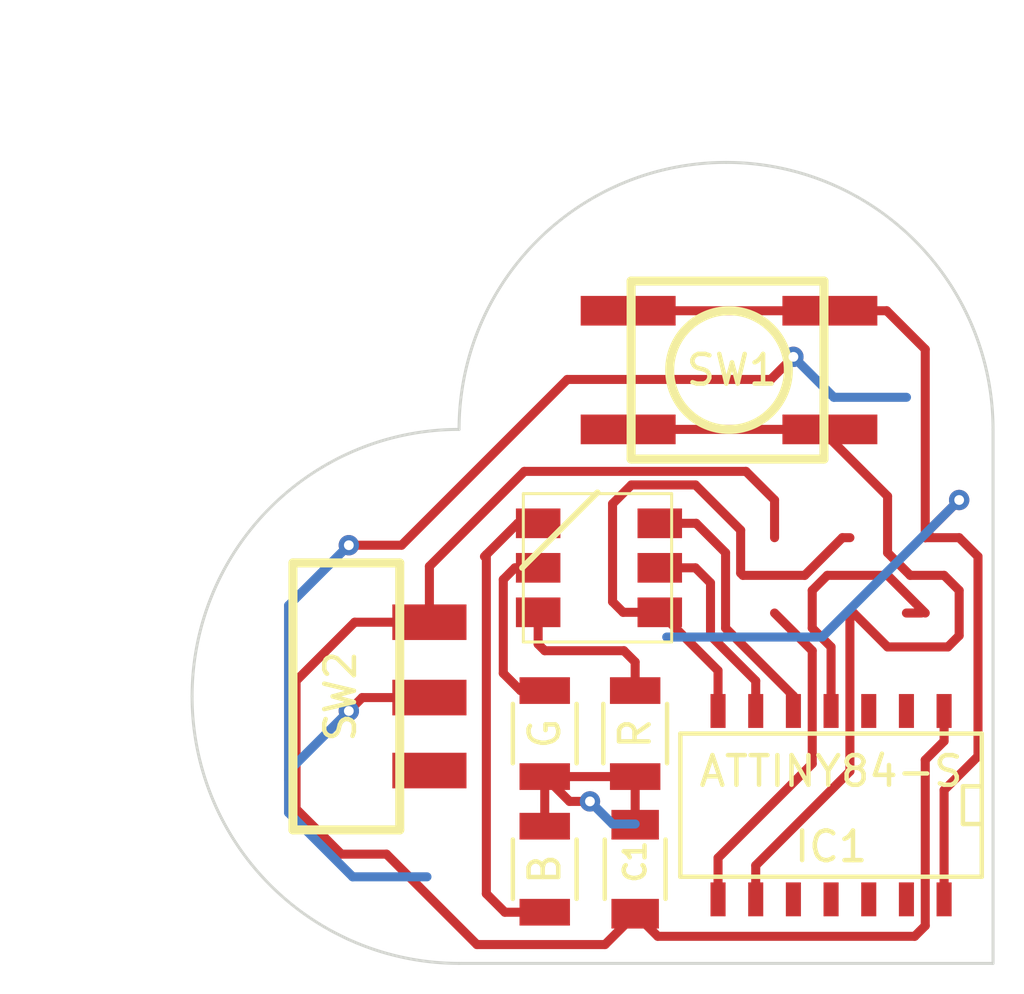
<source format=kicad_pcb>
(kicad_pcb (version 4) (host pcbnew 4.0.4-stable)

  (general
    (links 16)
    (no_connects 1)
    (area 185.192599 70.622599 219.870001 104.9134)
    (thickness 1.6)
    (drawings 16)
    (tracks 129)
    (zones 0)
    (modules 8)
    (nets 13)
  )

  (page USLetter)
  (layers
    (0 F.Cu signal)
    (31 B.Cu signal hide)
    (34 B.Paste user)
    (35 F.Paste user)
    (36 B.SilkS user)
    (37 F.SilkS user)
    (38 B.Mask user)
    (39 F.Mask user)
    (40 Dwgs.User user)
    (44 Edge.Cuts user)
  )

  (setup
    (last_trace_width 0.1524)
    (user_trace_width 0.254)
    (user_trace_width 0.3048)
    (user_trace_width 0.4064)
    (user_trace_width 0.6096)
    (user_trace_width 2.032)
    (trace_clearance 0.1524)
    (zone_clearance 0.508)
    (zone_45_only no)
    (trace_min 0.1524)
    (segment_width 0.254)
    (edge_width 0.1)
    (via_size 0.6858)
    (via_drill 0.3302)
    (via_min_size 0.6858)
    (via_min_drill 0.3302)
    (user_via 1 0.5)
    (uvia_size 0.762)
    (uvia_drill 0.508)
    (uvias_allowed no)
    (uvia_min_size 0.508)
    (uvia_min_drill 0.127)
    (pcb_text_width 0.3)
    (pcb_text_size 1.5 1.5)
    (mod_edge_width 0.15)
    (mod_text_size 1 1)
    (mod_text_width 0.15)
    (pad_size 2 2)
    (pad_drill 2)
    (pad_to_mask_clearance 0)
    (aux_axis_origin 0 0)
    (grid_origin 210.82 95.25)
    (visible_elements 7FFFFFFF)
    (pcbplotparams
      (layerselection 0x01088_00000000)
      (usegerberextensions true)
      (excludeedgelayer true)
      (linewidth 0.100000)
      (plotframeref false)
      (viasonmask false)
      (mode 1)
      (useauxorigin false)
      (hpglpennumber 1)
      (hpglpenspeed 20)
      (hpglpendiameter 15)
      (hpglpenoverlay 2)
      (psnegative false)
      (psa4output false)
      (plotreference true)
      (plotvalue true)
      (plotinvisibletext false)
      (padsonsilk false)
      (subtractmaskfromsilk false)
      (outputformat 1)
      (mirror false)
      (drillshape 0)
      (scaleselection 1)
      (outputdirectory gerbers/))
  )

  (net 0 "")
  (net 1 GND)
  (net 2 +BATT)
  (net 3 "Net-(D1-Pad5)")
  (net 4 "Net-(D1-Pad6)")
  (net 5 "Net-(D1-Pad3)")
  (net 6 "Net-(BT1-Pad1)")
  (net 7 "Net-(CON1-Pad1)")
  (net 8 "Net-(CON1-Pad3)")
  (net 9 "Net-(CON1-Pad4)")
  (net 10 "Net-(CON1-Pad5)")
  (net 11 "Net-(D1-Pad1)")
  (net 12 "Net-(D1-Pad2)")

  (net_class Default "This is the default net class."
    (clearance 0.1524)
    (trace_width 0.1524)
    (via_dia 0.6858)
    (via_drill 0.3302)
    (uvia_dia 0.762)
    (uvia_drill 0.508)
    (add_net +BATT)
    (add_net GND)
    (add_net "Net-(BT1-Pad1)")
    (add_net "Net-(CON1-Pad1)")
    (add_net "Net-(CON1-Pad3)")
    (add_net "Net-(CON1-Pad4)")
    (add_net "Net-(CON1-Pad5)")
    (add_net "Net-(D1-Pad1)")
    (add_net "Net-(D1-Pad2)")
    (add_net "Net-(D1-Pad3)")
    (add_net "Net-(D1-Pad5)")
    (add_net "Net-(D1-Pad6)")
  )

  (module LED_RGB_QBLP679E (layer F.Cu) (tedit 588D4580) (tstamp 56ECCC30)
    (at 205.486 89.916 180)
    (descr "RGB LED PLLC-6")
    (tags "RGB LED PLLC-6")
    (path /56ECDC4D)
    (attr smd)
    (fp_text reference D1 (at 0 -1.4 180) (layer F.SilkS) hide
      (effects (font (size 1 1) (thickness 0.15)))
    )
    (fp_text value LED_RGB (at 0 2 180) (layer F.Fab) hide
      (effects (font (size 0.5 0.5) (thickness 0.125)))
    )
    (fp_line (start 2.54 0) (end 0 2.54) (layer F.SilkS) (width 0.2032))
    (fp_text user QBLP679E (at 0 2.7 180) (layer F.Fab) hide
      (effects (font (size 0.2 0.2) (thickness 0.05)))
    )
    (fp_line (start -2.5 -2.5) (end 2.5 -2.5) (layer F.SilkS) (width 0.1))
    (fp_line (start 2.5 -2.5) (end 2.5 2.5) (layer F.SilkS) (width 0.1))
    (fp_line (start 2.5 2.5) (end -2.5 2.5) (layer F.SilkS) (width 0.1))
    (fp_line (start -2.5 2.5) (end -2.5 -2.5) (layer F.SilkS) (width 0.1))
    (pad 4 smd rect (at -2.1 -1.5 270) (size 1 1.5) (layers F.Cu F.Paste F.Mask)
      (net 9 "Net-(CON1-Pad4)"))
    (pad 5 smd rect (at -2.1 0 270) (size 1 1.5) (layers F.Cu F.Paste F.Mask)
      (net 3 "Net-(D1-Pad5)"))
    (pad 6 smd rect (at -2.1 1.5 270) (size 1 1.5) (layers F.Cu F.Paste F.Mask)
      (net 4 "Net-(D1-Pad6)"))
    (pad 1 smd rect (at 2 1.5 270) (size 1 1.5) (layers F.Cu F.Paste F.Mask)
      (net 11 "Net-(D1-Pad1)"))
    (pad 2 smd rect (at 2 0 270) (size 1 1.5) (layers F.Cu F.Paste F.Mask)
      (net 12 "Net-(D1-Pad2)"))
    (pad 3 smd rect (at 2 -1.5 270) (size 1 1.5) (layers F.Cu F.Paste F.Mask)
      (net 5 "Net-(D1-Pad3)"))
  )

  (module SW_SMD_PUSH (layer F.Cu) (tedit 586155F4) (tstamp 586092D3)
    (at 213.32 85.25 180)
    (descr "Through hole pin header")
    (tags "pin header")
    (path /58609F3B)
    (fp_text reference SW1 (at 3.3 2 180) (layer F.SilkS)
      (effects (font (size 1 1) (thickness 0.15)))
    )
    (fp_text value SW_PUSH (at 3 2 180) (layer F.Fab)
      (effects (font (size 1 1) (thickness 0.15)))
    )
    (fp_circle (center 3.4 2) (end 3.4 0) (layer F.SilkS) (width 0.3048))
    (fp_line (start 6.7 5) (end 6.7 -1) (layer F.SilkS) (width 0.3048))
    (fp_line (start 0.2 -1) (end 0.2 5) (layer F.SilkS) (width 0.3048))
    (fp_line (start 0.2 5) (end 6.7 5) (layer F.SilkS) (width 0.3048))
    (fp_line (start 0.2 -1) (end 6.7 -1) (layer F.SilkS) (width 0.3048))
    (fp_line (start -1.75 -1.75) (end -1.75 14.45) (layer F.CrtYd) (width 0.05))
    (fp_line (start 4.3 -1.75) (end 4.3 14.45) (layer F.CrtYd) (width 0.05))
    (fp_line (start -1.75 -1.75) (end 4.3 -1.75) (layer F.CrtYd) (width 0.05))
    (fp_line (start -1.75 14.45) (end 4.3 14.45) (layer F.CrtYd) (width 0.05))
    (pad 2 smd rect (at 6.8 4 180) (size 3.2 1) (layers F.Cu F.Paste F.Mask)
      (net 1 GND))
    (pad 1 smd rect (at 6.8 0 180) (size 3.2 1) (layers F.Cu F.Paste F.Mask)
      (net 8 "Net-(CON1-Pad3)"))
    (pad 1 smd rect (at 0 0 180) (size 3.2 1) (layers F.Cu F.Paste F.Mask)
      (net 8 "Net-(CON1-Pad3)"))
    (pad 2 smd rect (at 0 4 180) (size 3.2 1) (layers F.Cu F.Paste F.Mask)
      (net 1 GND))
  )

  (module SPST_SMD (layer F.Cu) (tedit 5860A656) (tstamp 586092E3)
    (at 199.82 94.25 270)
    (descr "Through hole pin header")
    (tags "pin header")
    (path /5860A0CD)
    (fp_text reference SW2 (at 0 3 270) (layer F.SilkS)
      (effects (font (size 1 1) (thickness 0.15)))
    )
    (fp_text value SPST (at 0.1 0 270) (layer F.Fab)
      (effects (font (size 1 1) (thickness 0.15)))
    )
    (fp_line (start -4.5 4.6) (end 4.5 4.6) (layer F.SilkS) (width 0.3048))
    (fp_line (start 4.5 1) (end 4.5 4.6) (layer F.SilkS) (width 0.3048))
    (fp_line (start -4.5 1) (end -4.5 4.6) (layer F.SilkS) (width 0.3048))
    (fp_line (start -4.5 1) (end 4.5 1) (layer F.SilkS) (width 0.3048))
    (fp_text user JS102011SAQN (at 0 1.7 270) (layer F.Fab)
      (effects (font (size 0.8 0.8) (thickness 0.1)))
    )
    (fp_line (start -1.75 14.45) (end 4.3 14.45) (layer F.CrtYd) (width 0.05))
    (pad "" np_thru_hole circle (at 3.4 2.75 270) (size 0.9 0.9) (drill 0.9) (layers *.Cu *.Mask))
    (pad 1 smd rect (at -2.5 0 270) (size 1.2 2.5) (layers F.Cu F.Paste F.Mask)
      (net 2 +BATT))
    (pad 2 smd rect (at 0.04 0 270) (size 1.2 2.5) (layers F.Cu F.Paste F.Mask)
      (net 6 "Net-(BT1-Pad1)"))
    (pad 3 smd rect (at 2.5 0 270) (size 1.2 2.5) (layers F.Cu F.Paste F.Mask))
    (pad "" np_thru_hole circle (at -3.4 2.75 270) (size 0.9 0.9) (drill 0.9) (layers *.Cu *.Mask))
  )

  (module Capacitors_SMD:C_1206 (layer F.Cu) (tedit 588D4534) (tstamp 588D42D0)
    (at 206.756 100.076 90)
    (descr "Capacitor SMD 1206, reflow soldering, AVX (see smccp.pdf)")
    (tags "capacitor 1206")
    (path /553FDF53)
    (attr smd)
    (fp_text reference C1 (at 0.254 0 90) (layer F.SilkS)
      (effects (font (size 0.7 0.7) (thickness 0.15)))
    )
    (fp_text value "0.1 uF" (at -3.81 0.762 180) (layer F.Fab)
      (effects (font (size 1 1) (thickness 0.15)))
    )
    (fp_line (start -2.3 -1.15) (end 2.3 -1.15) (layer F.CrtYd) (width 0.05))
    (fp_line (start -2.3 1.15) (end 2.3 1.15) (layer F.CrtYd) (width 0.05))
    (fp_line (start -2.3 -1.15) (end -2.3 1.15) (layer F.CrtYd) (width 0.05))
    (fp_line (start 2.3 -1.15) (end 2.3 1.15) (layer F.CrtYd) (width 0.05))
    (fp_line (start 1 -1.025) (end -1 -1.025) (layer F.SilkS) (width 0.15))
    (fp_line (start -1 1.025) (end 1 1.025) (layer F.SilkS) (width 0.15))
    (pad 1 smd rect (at -1.5 0 90) (size 1 1.6) (layers F.Cu F.Paste F.Mask)
      (net 2 +BATT))
    (pad 2 smd rect (at 1.5 0 90) (size 1 1.6) (layers F.Cu F.Paste F.Mask)
      (net 1 GND))
    (model Capacitors_SMD.3dshapes/C_1206.wrl
      (at (xyz 0 0 0))
      (scale (xyz 1 1 1))
      (rotate (xyz 0 0 0))
    )
  )

  (module SMD_Packages:SOIC-14_N (layer F.Cu) (tedit 588D43D8) (tstamp 588D42E2)
    (at 213.36 98.044 180)
    (descr "Module CMS SOJ 14 pins Large")
    (tags "CMS SOJ")
    (path /588D45C8)
    (attr smd)
    (fp_text reference IC1 (at 0 -1.27 180) (layer F.SilkS)
      (effects (font (size 1 1) (thickness 0.15)))
    )
    (fp_text value ATTINY84-S (at 0 1.27 180) (layer F.SilkS)
      (effects (font (size 1 1) (thickness 0.15)))
    )
    (fp_line (start 5.08 -2.286) (end 5.08 2.54) (layer F.SilkS) (width 0.15))
    (fp_line (start 5.08 2.54) (end -5.08 2.54) (layer F.SilkS) (width 0.15))
    (fp_line (start -5.08 2.54) (end -5.08 -2.286) (layer F.SilkS) (width 0.15))
    (fp_line (start -5.08 -2.286) (end 5.08 -2.286) (layer F.SilkS) (width 0.15))
    (fp_line (start -5.08 -0.508) (end -4.445 -0.508) (layer F.SilkS) (width 0.15))
    (fp_line (start -4.445 -0.508) (end -4.445 0.762) (layer F.SilkS) (width 0.15))
    (fp_line (start -4.445 0.762) (end -5.08 0.762) (layer F.SilkS) (width 0.15))
    (pad 1 smd rect (at -3.81 3.302 180) (size 0.508 1.143) (layers F.Cu F.Paste F.Mask)
      (net 2 +BATT))
    (pad 2 smd rect (at -2.54 3.302 180) (size 0.508 1.143) (layers F.Cu F.Paste F.Mask))
    (pad 3 smd rect (at -1.27 3.302 180) (size 0.508 1.143) (layers F.Cu F.Paste F.Mask))
    (pad 4 smd rect (at 0 3.302 180) (size 0.508 1.143) (layers F.Cu F.Paste F.Mask)
      (net 10 "Net-(CON1-Pad5)"))
    (pad 5 smd rect (at 1.27 3.302 180) (size 0.508 1.143) (layers F.Cu F.Paste F.Mask)
      (net 4 "Net-(D1-Pad6)"))
    (pad 6 smd rect (at 2.54 3.302 180) (size 0.508 1.143) (layers F.Cu F.Paste F.Mask)
      (net 3 "Net-(D1-Pad5)"))
    (pad 7 smd rect (at 3.81 3.302 180) (size 0.508 1.143) (layers F.Cu F.Paste F.Mask)
      (net 9 "Net-(CON1-Pad4)"))
    (pad 8 smd rect (at 3.81 -3.048 180) (size 0.508 1.143) (layers F.Cu F.Paste F.Mask)
      (net 7 "Net-(CON1-Pad1)"))
    (pad 9 smd rect (at 2.54 -3.048 180) (size 0.508 1.143) (layers F.Cu F.Paste F.Mask)
      (net 8 "Net-(CON1-Pad3)"))
    (pad 11 smd rect (at 0 -3.048 180) (size 0.508 1.143) (layers F.Cu F.Paste F.Mask))
    (pad 12 smd rect (at -1.27 -3.048 180) (size 0.508 1.143) (layers F.Cu F.Paste F.Mask))
    (pad 13 smd rect (at -2.54 -3.048 180) (size 0.508 1.143) (layers F.Cu F.Paste F.Mask))
    (pad 14 smd rect (at -3.81 -3.048 180) (size 0.508 1.143) (layers F.Cu F.Paste F.Mask)
      (net 1 GND))
    (pad 10 smd rect (at 1.27 -3.048 180) (size 0.508 1.143) (layers F.Cu F.Paste F.Mask))
    (model SMD_Packages.3dshapes/SOIC-14_N.wrl
      (at (xyz 0 0 0))
      (scale (xyz 0.5 0.4 0.5))
      (rotate (xyz 0 0 0))
    )
  )

  (module Resistors_SMD:R_1206 (layer F.Cu) (tedit 588D4530) (tstamp 588D42E8)
    (at 206.756 95.504 270)
    (descr "Resistor SMD 1206, reflow soldering, Vishay (see dcrcw.pdf)")
    (tags "resistor 1206")
    (path /56CEB2B5)
    (attr smd)
    (fp_text reference R1 (at 1.27 0 360) (layer Dwgs.User)
      (effects (font (size 1 1) (thickness 0.15)))
    )
    (fp_text value R (at 0 0 270) (layer F.SilkS)
      (effects (font (size 1 1) (thickness 0.15)))
    )
    (fp_line (start -2.2 -1.2) (end 2.2 -1.2) (layer F.CrtYd) (width 0.05))
    (fp_line (start -2.2 1.2) (end 2.2 1.2) (layer F.CrtYd) (width 0.05))
    (fp_line (start -2.2 -1.2) (end -2.2 1.2) (layer F.CrtYd) (width 0.05))
    (fp_line (start 2.2 -1.2) (end 2.2 1.2) (layer F.CrtYd) (width 0.05))
    (fp_line (start 1 1.075) (end -1 1.075) (layer F.SilkS) (width 0.15))
    (fp_line (start -1 -1.075) (end 1 -1.075) (layer F.SilkS) (width 0.15))
    (pad 1 smd rect (at -1.45 0 270) (size 0.9 1.7) (layers F.Cu F.Paste F.Mask)
      (net 5 "Net-(D1-Pad3)"))
    (pad 2 smd rect (at 1.45 0 270) (size 0.9 1.7) (layers F.Cu F.Paste F.Mask)
      (net 1 GND))
    (model Resistors_SMD.3dshapes/R_1206.wrl
      (at (xyz 0 0 0))
      (scale (xyz 1 1 1))
      (rotate (xyz 0 0 0))
    )
  )

  (module Resistors_SMD:R_1206 (layer F.Cu) (tedit 588D4527) (tstamp 588D42EE)
    (at 203.708 95.504 270)
    (descr "Resistor SMD 1206, reflow soldering, Vishay (see dcrcw.pdf)")
    (tags "resistor 1206")
    (path /56DBEF6A)
    (attr smd)
    (fp_text reference R2 (at 1.27 0 360) (layer Dwgs.User)
      (effects (font (size 1 1) (thickness 0.15)))
    )
    (fp_text value G (at 0 0 270) (layer F.SilkS)
      (effects (font (size 1 1) (thickness 0.15)))
    )
    (fp_line (start -2.2 -1.2) (end 2.2 -1.2) (layer F.CrtYd) (width 0.05))
    (fp_line (start -2.2 1.2) (end 2.2 1.2) (layer F.CrtYd) (width 0.05))
    (fp_line (start -2.2 -1.2) (end -2.2 1.2) (layer F.CrtYd) (width 0.05))
    (fp_line (start 2.2 -1.2) (end 2.2 1.2) (layer F.CrtYd) (width 0.05))
    (fp_line (start 1 1.075) (end -1 1.075) (layer F.SilkS) (width 0.15))
    (fp_line (start -1 -1.075) (end 1 -1.075) (layer F.SilkS) (width 0.15))
    (pad 1 smd rect (at -1.45 0 270) (size 0.9 1.7) (layers F.Cu F.Paste F.Mask)
      (net 12 "Net-(D1-Pad2)"))
    (pad 2 smd rect (at 1.45 0 270) (size 0.9 1.7) (layers F.Cu F.Paste F.Mask)
      (net 1 GND))
    (model Resistors_SMD.3dshapes/R_1206.wrl
      (at (xyz 0 0 0))
      (scale (xyz 1 1 1))
      (rotate (xyz 0 0 0))
    )
  )

  (module Resistors_SMD:R_1206 (layer F.Cu) (tedit 588D451E) (tstamp 588D42F4)
    (at 203.708 100.076 90)
    (descr "Resistor SMD 1206, reflow soldering, Vishay (see dcrcw.pdf)")
    (tags "resistor 1206")
    (path /56DBEFE7)
    (attr smd)
    (fp_text reference R3 (at -1.524 0 180) (layer Dwgs.User)
      (effects (font (size 1 1) (thickness 0.15)))
    )
    (fp_text value B (at 0 0 90) (layer F.SilkS)
      (effects (font (size 1 1) (thickness 0.15)))
    )
    (fp_line (start -2.2 -1.2) (end 2.2 -1.2) (layer F.CrtYd) (width 0.05))
    (fp_line (start -2.2 1.2) (end 2.2 1.2) (layer F.CrtYd) (width 0.05))
    (fp_line (start -2.2 -1.2) (end -2.2 1.2) (layer F.CrtYd) (width 0.05))
    (fp_line (start 2.2 -1.2) (end 2.2 1.2) (layer F.CrtYd) (width 0.05))
    (fp_line (start 1 1.075) (end -1 1.075) (layer F.SilkS) (width 0.15))
    (fp_line (start -1 -1.075) (end 1 -1.075) (layer F.SilkS) (width 0.15))
    (pad 1 smd rect (at -1.45 0 90) (size 0.9 1.7) (layers F.Cu F.Paste F.Mask)
      (net 11 "Net-(D1-Pad1)"))
    (pad 2 smd rect (at 1.45 0 90) (size 0.9 1.7) (layers F.Cu F.Paste F.Mask)
      (net 1 GND))
    (model Resistors_SMD.3dshapes/R_1206.wrl
      (at (xyz 0 0 0))
      (scale (xyz 1 1 1))
      (rotate (xyz 0 0 0))
    )
  )

  (gr_line (start 200.82 103.25) (end 196.82 99.25) (angle 90) (layer Dwgs.User) (width 0.254))
  (gr_line (start 202.82 101.25) (end 200.82 103.25) (angle 90) (layer Dwgs.User) (width 0.254))
  (gr_line (start 198.82 97.25) (end 202.82 101.25) (angle 90) (layer Dwgs.User) (width 0.254))
  (gr_line (start 196.82 99.25) (end 198.82 97.25) (angle 90) (layer Dwgs.User) (width 0.254))
  (gr_line (start 216.82 87.25) (end 218.82 85.25) (angle 90) (layer Dwgs.User) (width 0.254))
  (gr_line (start 216.82 87.25) (end 212.82 83.25) (angle 90) (layer Dwgs.User) (width 0.254))
  (gr_line (start 214.82 81.25) (end 218.82 85.25) (angle 90) (layer Dwgs.User) (width 0.254))
  (gr_line (start 212.82 83.25) (end 214.82 81.25) (angle 90) (layer Dwgs.User) (width 0.254))
  (gr_circle (center 207.82 92.25) (end 197.82 90.25) (layer Dwgs.User) (width 0.254))
  (gr_line (start 200.82 103.25) (end 218.82 103.25) (angle 90) (layer Edge.Cuts) (width 0.1))
  (gr_arc (start 200.82 94.25) (end 200.82 103.25) (angle 90) (layer Edge.Cuts) (width 0.1))
  (gr_arc (start 200.82 94.25) (end 191.82 94.25) (angle 90) (layer Edge.Cuts) (width 0.1))
  (gr_arc (start 209.82 85.25) (end 200.82 85.25) (angle 90) (layer Edge.Cuts) (width 0.1))
  (gr_arc (start 209.82 85.25) (end 209.82 76.25) (angle 90) (layer Edge.Cuts) (width 0.1))
  (gr_line (start 218.82 103.25) (end 218.82 85.25) (angle 90) (layer Edge.Cuts) (width 0.1))
  (gr_line (start 202.32 86.75) (end 219.82 104.25) (angle 90) (layer Dwgs.User) (width 0.1))

  (segment (start 216.535 88.9) (end 216.535 88.773) (width 0.3048) (layer F.Cu) (net 1))
  (segment (start 216.535 88.773) (end 217.678 87.63) (width 0.3048) (layer F.Cu) (net 1) (tstamp 588D70B6))
  (segment (start 217.678 87.63) (end 213.058 92.25) (width 0.3048) (layer B.Cu) (net 1) (tstamp 588D70BF))
  (via (at 217.678 87.63) (size 0.6858) (drill 0.3302) (layers F.Cu B.Cu) (net 1))
  (segment (start 213.058 92.25) (end 207.82 92.25) (width 0.3048) (layer B.Cu) (net 1) (tstamp 588D70C0))
  (segment (start 216.535 88.9) (end 216.535 82.55) (width 0.3048) (layer F.Cu) (net 1))
  (segment (start 215.235 81.25) (end 213.32 81.25) (width 0.3048) (layer F.Cu) (net 1) (tstamp 588D7077))
  (segment (start 216.535 82.55) (end 215.235 81.25) (width 0.3048) (layer F.Cu) (net 1) (tstamp 588D7076))
  (segment (start 218.313 96.266) (end 218.313 89.535) (width 0.3048) (layer F.Cu) (net 1))
  (segment (start 218.313 96.266) (end 217.17 97.409) (width 0.3048) (layer F.Cu) (net 1) (tstamp 588D6704))
  (segment (start 217.17 101.092) (end 217.17 97.409) (width 0.3048) (layer F.Cu) (net 1) (tstamp 588D6707))
  (segment (start 217.678 88.9) (end 216.535 88.9) (width 0.3048) (layer F.Cu) (net 1) (tstamp 588D7073))
  (segment (start 218.313 89.535) (end 217.678 88.9) (width 0.3048) (layer F.Cu) (net 1) (tstamp 588D7070))
  (segment (start 216.662 88.773) (end 216.535 88.9) (width 0.3048) (layer F.Cu) (net 1) (tstamp 588D6F89))
  (segment (start 205.232 97.79) (end 204.544 97.79) (width 0.3048) (layer F.Cu) (net 1))
  (segment (start 205.994 98.552) (end 205.232 97.79) (width 0.3048) (layer B.Cu) (net 1) (tstamp 588D6A33))
  (via (at 205.232 97.79) (size 0.6858) (drill 0.3302) (layers F.Cu B.Cu) (net 1))
  (segment (start 204.544 97.79) (end 203.708 96.954) (width 0.3048) (layer F.Cu) (net 1) (tstamp 588D6DB7))
  (segment (start 206.756 98.552) (end 205.994 98.552) (width 0.3048) (layer B.Cu) (net 1))
  (segment (start 203.708 98.626) (end 203.708 96.954) (width 0.3048) (layer F.Cu) (net 1))
  (segment (start 203.708 96.954) (end 206.756 96.954) (width 0.3048) (layer F.Cu) (net 1) (tstamp 588D6A19))
  (segment (start 206.756 96.954) (end 206.756 98.576) (width 0.3048) (layer F.Cu) (net 1) (tstamp 588D6A1A))
  (segment (start 213.32 81.25) (end 213.32 81.567) (width 0.3048) (layer F.Cu) (net 1) (status 30))
  (segment (start 206.52 81.25) (end 213.32 81.25) (width 0.3048) (layer F.Cu) (net 1) (status 30))
  (segment (start 198.374 99.568) (end 196.85 99.568) (width 0.3048) (layer F.Cu) (net 2))
  (segment (start 205.74 102.616) (end 201.422 102.616) (width 0.3048) (layer F.Cu) (net 2) (tstamp 588D67D3))
  (segment (start 201.422 102.616) (end 198.374 99.568) (width 0.3048) (layer F.Cu) (net 2) (tstamp 588D67D4))
  (segment (start 206.756 101.6) (end 205.74 102.616) (width 0.3048) (layer F.Cu) (net 2) (tstamp 588D67D1))
  (segment (start 197.302 91.75) (end 199.82 91.75) (width 0.3048) (layer F.Cu) (net 2) (tstamp 588D6ED3))
  (segment (start 195.326 93.726) (end 197.302 91.75) (width 0.3048) (layer F.Cu) (net 2) (tstamp 588D6ED1))
  (segment (start 195.326 98.044) (end 195.326 93.726) (width 0.3048) (layer F.Cu) (net 2) (tstamp 588D6ECF))
  (segment (start 196.85 99.568) (end 195.326 98.044) (width 0.3048) (layer F.Cu) (net 2) (tstamp 588D6EC1))
  (segment (start 199.82 91.75) (end 199.82 89.867) (width 0.3048) (layer F.Cu) (net 2))
  (segment (start 199.82 89.867) (end 203.022202 86.664798) (width 0.3048) (layer F.Cu) (net 2) (tstamp 588D694E))
  (segment (start 203.022202 86.664798) (end 210.489798 86.664798) (width 0.3048) (layer F.Cu) (net 2) (tstamp 588D6952))
  (segment (start 210.489798 86.664798) (end 211.455 87.63) (width 0.3048) (layer F.Cu) (net 2) (tstamp 588D6954))
  (segment (start 211.455 87.63) (end 211.455 88.9) (width 0.3048) (layer F.Cu) (net 2) (tstamp 588D6956))
  (segment (start 206.756 101.576) (end 206.756 101.6) (width 0.3048) (layer F.Cu) (net 2))
  (segment (start 216.178 102.338) (end 207.518 102.338) (width 0.3048) (layer F.Cu) (net 2))
  (segment (start 217.17 95.758) (end 216.535 96.393) (width 0.3048) (layer F.Cu) (net 2) (tstamp 588D6718))
  (segment (start 216.535 96.393) (end 216.535 101.981) (width 0.3048) (layer F.Cu) (net 2) (tstamp 588D671A))
  (segment (start 216.535 101.981) (end 216.178 102.338) (width 0.3048) (layer F.Cu) (net 2) (tstamp 588D671E))
  (segment (start 217.17 94.742) (end 217.17 95.758) (width 0.3048) (layer F.Cu) (net 2))
  (segment (start 207.518 102.338) (end 206.756 101.576) (width 0.3048) (layer F.Cu) (net 2) (tstamp 588D67AC))
  (segment (start 210.82 94.742) (end 210.82 93.726) (width 0.3048) (layer F.Cu) (net 3))
  (segment (start 208.788 89.916) (end 207.586 89.916) (width 0.3048) (layer F.Cu) (net 3) (tstamp 588D6539))
  (segment (start 209.296 90.424) (end 208.788 89.916) (width 0.3048) (layer F.Cu) (net 3) (tstamp 588D6537))
  (segment (start 209.296 92.202) (end 209.296 90.424) (width 0.3048) (layer F.Cu) (net 3) (tstamp 588D6535))
  (segment (start 210.82 93.726) (end 209.296 92.202) (width 0.3048) (layer F.Cu) (net 3) (tstamp 588D652F))
  (segment (start 212.09 94.742) (end 212.09 94.234) (width 0.3048) (layer F.Cu) (net 4))
  (segment (start 212.09 94.234) (end 209.804 91.948) (width 0.3048) (layer F.Cu) (net 4) (tstamp 588D6561))
  (segment (start 209.804 91.948) (end 209.804 89.408) (width 0.3048) (layer F.Cu) (net 4) (tstamp 588D6565))
  (segment (start 209.804 89.408) (end 208.812 88.416) (width 0.3048) (layer F.Cu) (net 4) (tstamp 588D6568))
  (segment (start 208.812 88.416) (end 207.586 88.416) (width 0.3048) (layer F.Cu) (net 4) (tstamp 588D656A))
  (segment (start 203.486 91.416) (end 203.486 92.488) (width 0.3048) (layer F.Cu) (net 5))
  (segment (start 206.756 93.091) (end 206.756 94.054) (width 0.3048) (layer F.Cu) (net 5) (tstamp 588D680B))
  (segment (start 206.375 92.71) (end 206.756 93.091) (width 0.3048) (layer F.Cu) (net 5) (tstamp 588D6809))
  (segment (start 203.708 92.71) (end 206.375 92.71) (width 0.3048) (layer F.Cu) (net 5) (tstamp 588D6808))
  (segment (start 203.486 92.488) (end 203.708 92.71) (width 0.3048) (layer F.Cu) (net 5) (tstamp 588D6804))
  (segment (start 215.902231 84.167769) (end 213.453769 84.167769) (width 0.3048) (layer B.Cu) (net 6))
  (segment (start 195.072 91.186) (end 195.072 97.028) (width 0.3048) (layer B.Cu) (net 6) (tstamp 588D70F8))
  (segment (start 197.104 89.154) (end 195.072 91.186) (width 0.3048) (layer B.Cu) (net 6) (tstamp 588D70F7))
  (via (at 197.104 89.154) (size 0.6858) (drill 0.3302) (layers F.Cu B.Cu) (net 6))
  (segment (start 198.882 89.154) (end 197.104 89.154) (width 0.3048) (layer F.Cu) (net 6) (tstamp 588D70E8))
  (segment (start 204.47 83.566) (end 198.882 89.154) (width 0.3048) (layer F.Cu) (net 6) (tstamp 588D70E2))
  (segment (start 211.328 83.566) (end 204.47 83.566) (width 0.3048) (layer F.Cu) (net 6) (tstamp 588D70E0))
  (segment (start 212.09 82.804) (end 211.328 83.566) (width 0.3048) (layer F.Cu) (net 6) (tstamp 588D70DF))
  (via (at 212.09 82.804) (size 0.6858) (drill 0.3302) (layers F.Cu B.Cu) (net 6))
  (segment (start 213.453769 84.167769) (end 212.09 82.804) (width 0.3048) (layer B.Cu) (net 6) (tstamp 588D70D1))
  (segment (start 199.737769 100.332231) (end 197.233231 100.332231) (width 0.3048) (layer B.Cu) (net 6))
  (segment (start 197.556 94.29) (end 199.82 94.29) (width 0.3048) (layer F.Cu) (net 6) (tstamp 588D6E67))
  (segment (start 197.104 94.742) (end 197.556 94.29) (width 0.3048) (layer F.Cu) (net 6) (tstamp 588D6E66))
  (via (at 197.104 94.742) (size 0.6858) (drill 0.3302) (layers F.Cu B.Cu) (net 6))
  (segment (start 195.072 96.774) (end 195.199 96.647) (width 0.3048) (layer B.Cu) (net 6) (tstamp 588D6E61))
  (segment (start 195.199 96.647) (end 197.104 94.742) (width 0.3048) (layer B.Cu) (net 6) (tstamp 588D6F22))
  (segment (start 195.072 98.171) (end 195.072 97.028) (width 0.3048) (layer B.Cu) (net 6) (tstamp 588D6E5F))
  (segment (start 195.072 97.028) (end 195.072 96.774) (width 0.3048) (layer B.Cu) (net 6) (tstamp 588D70FD))
  (segment (start 197.233231 100.332231) (end 195.072 98.171) (width 0.3048) (layer B.Cu) (net 6) (tstamp 588D6E4E))
  (segment (start 209.55 101.092) (end 209.55 99.695) (width 0.3048) (layer F.Cu) (net 7))
  (segment (start 212.725 92.71) (end 211.455 91.44) (width 0.3048) (layer F.Cu) (net 7) (tstamp 588D6631))
  (segment (start 212.725 96.52) (end 212.725 92.71) (width 0.3048) (layer F.Cu) (net 7) (tstamp 588D662D))
  (segment (start 209.55 99.695) (end 212.725 96.52) (width 0.3048) (layer F.Cu) (net 7) (tstamp 588D6628))
  (segment (start 217.678 92.202) (end 217.678 90.678) (width 0.3048) (layer F.Cu) (net 8))
  (segment (start 215.265 92.583) (end 217.297 92.583) (width 0.3048) (layer F.Cu) (net 8) (tstamp 588D66CA))
  (segment (start 217.297 92.583) (end 217.678 92.202) (width 0.3048) (layer F.Cu) (net 8) (tstamp 588D66CD))
  (segment (start 214.122 91.44) (end 215.265 92.583) (width 0.3048) (layer F.Cu) (net 8) (tstamp 588D66C8))
  (segment (start 215.265 87.503) (end 213.32 85.558) (width 0.3048) (layer F.Cu) (net 8) (tstamp 588D7061))
  (segment (start 215.265 89.408) (end 215.265 87.503) (width 0.3048) (layer F.Cu) (net 8) (tstamp 588D7060))
  (segment (start 216.027 90.17) (end 215.265 89.408) (width 0.3048) (layer F.Cu) (net 8) (tstamp 588D705E))
  (segment (start 217.17 90.17) (end 216.027 90.17) (width 0.3048) (layer F.Cu) (net 8) (tstamp 588D705C))
  (segment (start 217.678 90.678) (end 217.17 90.17) (width 0.3048) (layer F.Cu) (net 8) (tstamp 588D705A))
  (segment (start 213.32 85.558) (end 213.32 85.25) (width 0.3048) (layer F.Cu) (net 8) (tstamp 588D7062))
  (segment (start 213.32 85.25) (end 206.52 85.25) (width 0.3048) (layer F.Cu) (net 8) (status 30))
  (segment (start 213.995 91.44) (end 214.122 91.44) (width 0.3048) (layer F.Cu) (net 8))
  (segment (start 210.82 101.092) (end 210.82 99.949) (width 0.3048) (layer F.Cu) (net 8))
  (segment (start 213.995 96.774) (end 213.995 91.44) (width 0.3048) (layer F.Cu) (net 8) (tstamp 588D6644))
  (segment (start 210.82 99.949) (end 213.995 96.774) (width 0.3048) (layer F.Cu) (net 8) (tstamp 588D6641))
  (segment (start 213.995 88.9) (end 213.741 88.9) (width 0.3048) (layer F.Cu) (net 9))
  (segment (start 213.741 88.9) (end 212.471 90.17) (width 0.3048) (layer F.Cu) (net 9) (tstamp 588D6936))
  (segment (start 212.471 90.17) (end 210.388202 90.17) (width 0.3048) (layer F.Cu) (net 9) (tstamp 588D693B))
  (segment (start 210.388202 90.17) (end 210.312 90.093798) (width 0.3048) (layer F.Cu) (net 9) (tstamp 588D6940))
  (segment (start 210.312 90.093798) (end 210.312 88.646) (width 0.3048) (layer F.Cu) (net 9) (tstamp 588D6941))
  (segment (start 210.312 88.646) (end 208.788 87.122) (width 0.3048) (layer F.Cu) (net 9) (tstamp 588D6944))
  (segment (start 208.788 87.122) (end 206.629 87.122) (width 0.3048) (layer F.Cu) (net 9) (tstamp 588D6949))
  (segment (start 207.586 91.416) (end 206.351 91.416) (width 0.3048) (layer F.Cu) (net 9))
  (segment (start 205.994 87.757) (end 206.629 87.122) (width 0.3048) (layer F.Cu) (net 9) (tstamp 588D673F))
  (segment (start 205.994 91.059) (end 205.994 87.757) (width 0.3048) (layer F.Cu) (net 9) (tstamp 588D673C))
  (segment (start 206.351 91.416) (end 205.994 91.059) (width 0.3048) (layer F.Cu) (net 9) (tstamp 588D673A))
  (segment (start 209.55 94.742) (end 209.55 93.38) (width 0.3048) (layer F.Cu) (net 9))
  (segment (start 209.55 93.38) (end 207.586 91.416) (width 0.3048) (layer F.Cu) (net 9) (tstamp 588D653C))
  (segment (start 213.36 94.742) (end 213.36 92.583) (width 0.3048) (layer F.Cu) (net 10))
  (segment (start 215.265 90.17) (end 216.535 91.44) (width 0.3048) (layer F.Cu) (net 10) (tstamp 588D6658))
  (segment (start 213.233 90.17) (end 215.265 90.17) (width 0.3048) (layer F.Cu) (net 10) (tstamp 588D6656))
  (segment (start 212.725 90.678) (end 213.233 90.17) (width 0.3048) (layer F.Cu) (net 10) (tstamp 588D6654))
  (segment (start 212.725 91.948) (end 212.725 90.678) (width 0.3048) (layer F.Cu) (net 10) (tstamp 588D6652))
  (segment (start 213.36 92.583) (end 212.725 91.948) (width 0.3048) (layer F.Cu) (net 10) (tstamp 588D664C))
  (segment (start 215.9 91.44) (end 216.408 91.44) (width 0.3048) (layer F.Cu) (net 10) (tstamp 588D6595))
  (segment (start 201.7395 89.4715) (end 201.7395 100.9015) (width 0.3048) (layer F.Cu) (net 11))
  (segment (start 202.364 101.526) (end 203.708 101.526) (width 0.3048) (layer F.Cu) (net 11) (tstamp 588D67C6))
  (segment (start 201.7395 100.9015) (end 202.364 101.526) (width 0.3048) (layer F.Cu) (net 11) (tstamp 588D67C5))
  (segment (start 203.486 88.416) (end 202.795 88.416) (width 0.3048) (layer F.Cu) (net 11))
  (segment (start 202.795 88.416) (end 201.7395 89.4715) (width 0.3048) (layer F.Cu) (net 11) (tstamp 588D669D))
  (segment (start 201.7395 89.4715) (end 201.676 89.535) (width 0.3048) (layer F.Cu) (net 11) (tstamp 588D67C3))
  (segment (start 203.486 89.916) (end 202.704702 89.916) (width 0.3048) (layer F.Cu) (net 12))
  (segment (start 202.311 93.472) (end 202.893 94.054) (width 0.3048) (layer F.Cu) (net 12) (tstamp 588D67FE))
  (segment (start 202.311 90.309702) (end 202.311 93.472) (width 0.3048) (layer F.Cu) (net 12) (tstamp 588D67FD))
  (segment (start 202.704702 89.916) (end 202.311 90.309702) (width 0.3048) (layer F.Cu) (net 12) (tstamp 588D67FA))
  (segment (start 202.893 94.054) (end 203.708 94.054) (width 0.3048) (layer F.Cu) (net 12) (tstamp 588D6801))
  (segment (start 203.486 89.916) (end 202.819 89.916) (width 0.3048) (layer F.Cu) (net 12))

)

</source>
